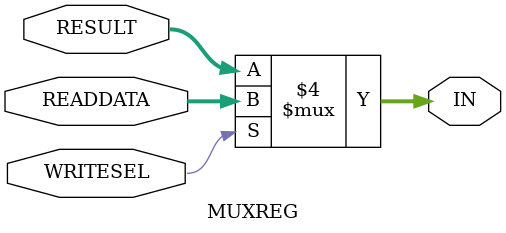
<source format=v>
`timescale 1ns/100ps
module MUXREG (RESULT, READDATA, WRITESEL, IN);
    
    input WRITESEL;              //inputs for the multiplexer
    input [7:0] RESULT, READDATA;
    output reg [7:0] IN;//output and register for the multiplexer

    always @ (*)
     begin
        if(WRITESEL == 1)
     	   IN = READDATA;//write to register what is read from the memory
        else
           IN = RESULT;//else write the out result of the alu
     end
 
endmodule

</source>
